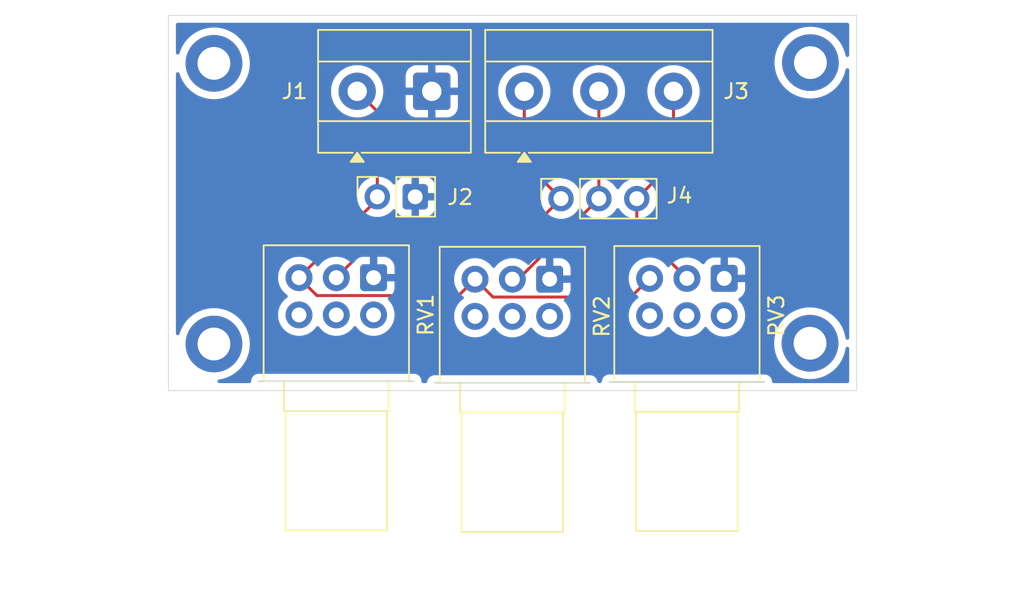
<source format=kicad_pcb>
(kicad_pcb (version 20241229) (generator "pcbnew") (generator_version "9.0")
  (layers (0 "F.Cu" mixed) (2 "B.Cu" power) (13 "F.Paste" user) (15 "B.Paste" user) (5 "F.SilkS" user "F.Silkscreen") (7 "B.SilkS" user "B.Silkscreen") (1 "F.Mask" user) (3 "B.Mask" user) (25 "Edge.Cuts" user))
  (net 0 "")
  (net 1 "gnd")
  (net 2 "Vin V3.3")
  (net 3 "Vout1")
  (net 4 "Vout0")
  (net 5 "Vout2")
  (footprint "TerminalBlock_MetzConnect:TerminalBlock_MetzConnect_Type055_RT01502HDWU_1x02_P5.00mm_Horizontal" (layer "F.Cu") (at 152.825 95.125)
    (property "Reference" "J1" (at -4.2 0 0) (layer "F.SilkS"))
    (property "Value" "Screw_Terminal_01x02")
    (fp_line (start -2.62 -4.12) (end -2.62 4.12) (stroke (width 0.12)) (layer "F.SilkS"))
    (fp_line (start -2.62 -4.12) (end 7.62 -4.12) (stroke (width 0.12)) (layer "F.SilkS"))
    (fp_line (start -2.62 -2) (end 7.62 -2) (stroke (width 0.12)) (layer "F.SilkS"))
    (fp_line (start -2.62 2) (end 7.62 2) (stroke (width 0.12)) (layer "F.SilkS"))
    (fp_line (start -2.62 4.12) (end -0.3 4.12) (stroke (width 0.12)) (layer "F.SilkS"))
    (fp_line (start 0.3 4.12) (end 7.62 4.12) (stroke (width 0.12)) (layer "F.SilkS"))
    (fp_line (start 7.62 -4.12) (end 7.62 4.12) (stroke (width 0.12)) (layer "F.SilkS"))
    (fp_poly (pts (xy 0 4.12) (xy 0.44 4.73) (xy -0.44 4.73)) (stroke (width 0.12)) (fill yes) (layer "F.SilkS"))
    (pad "1" thru_hole circle (at 0 0) (size 2.5 2.5) (drill 1.3) (layers "*.Cu" "*.Mask") (net 2 "Vin V3.3"))
    (pad "2" thru_hole roundrect (at 5 0) (size 2.5 2.5) (drill 1.3) (layers "*.Cu" "*.Mask") (roundrect_rratio 0.1) (net 1 "gnd"))
  )
  (footprint "MountingHole:MountingHole_2.2mm_M2_DIN965_Pad" (layer "F.Cu") (at 143.225 93.25)
    (property "Reference" "REF**" (hide yes))
    (property "Value" "MountingHole_2.2mm_M2_DIN965_Pad")
    (pad "1" thru_hole circle (at 0 0) (size 3.8 3.8) (drill 2.2) (layers "*.Cu" "*.Mask"))
  )
  (footprint "MountingHole:MountingHole_2.2mm_M2_DIN965_Pad" (layer "F.Cu") (at 183.175 112.025)
    (property "Reference" "REF**" (hide yes))
    (property "Value" "MountingHole_2.2mm_M2_DIN965_Pad")
    (pad "1" thru_hole circle (at 0 0) (size 3.8 3.8) (drill 2.2) (layers "*.Cu" "*.Mask"))
  )
  (footprint "Library:Potentiometer_Generic_AliExpress_RK097_Dual_Horizontal" (layer "F.Cu") (at 169.925 105.625 90)
    (property "Reference" "RV3" (at -4.55 11 90) (layer "F.SilkS"))
    (property "Value" "R_Potentiometer_Dual")
    (fp_line (start -11 1.5) (end -9 1.5) (stroke (width 0.12)) (layer "F.SilkS"))
    (fp_line (start -11 1.5) (end -11 8.5) (stroke (width 0.12)) (layer "F.SilkS"))
    (fp_line (start -19 1.6) (end -11 1.6) (stroke (width 0.12)) (layer "F.SilkS"))
    (fp_line (start -19 8.4) (end -19 1.6) (stroke (width 0.12)) (layer "F.SilkS"))
    (fp_line (start -19 8.4) (end -11 8.4) (stroke (width 0.12)) (layer "F.SilkS"))
    (fp_line (start -11 8.5) (end -9 8.5) (stroke (width 0.12)) (layer "F.SilkS"))
    (fp_rect (start -9 0.13) (end 0.121 9.87) (stroke (width 0.12)) (fill no) (layer "F.SilkS"))
    (fp_line (start -9 -0.2) (end -9 10.2) (stroke (width 0.1)) (layer "Edge.Cuts"))
    (pad "1" thru_hole circle (at -4.55 2.5 270) (size 1.8 1.8) (drill 1) (layers "*.Cu" "*.Mask"))
    (pad "2" thru_hole circle (at -4.55 5 270) (size 1.8 1.8) (drill 1) (layers "*.Cu" "*.Mask"))
    (pad "3" thru_hole circle (at -4.55 7.5 270) (size 1.8 1.8) (drill 1) (layers "*.Cu" "*.Mask"))
    (pad "4" thru_hole circle (at -2.05 2.5 270) (size 1.8 1.8) (drill 1) (layers "*.Cu" "*.Mask") (net 2 "Vin V3.3"))
    (pad "5" thru_hole circle (at -2.05 5 270) (size 1.8 1.8) (drill 1) (layers "*.Cu" "*.Mask") (net 5 "Vout2"))
    (pad "6" thru_hole roundrect (at -2.05 7.5 270) (size 1.8 1.8) (drill 1) (layers "*.Cu" "*.Mask") (roundrect_rratio 0.1388888889) (net 1 "gnd"))
  )
  (footprint "MountingHole:MountingHole_2.2mm_M2_DIN965_Pad" (layer "F.Cu") (at 183.2 93.2)
    (property "Reference" "REF**" (hide yes))
    (property "Value" "MountingHole_2.2mm_M2_DIN965_Pad")
    (pad "1" thru_hole circle (at 0 0) (size 3.8 3.8) (drill 2.2) (layers "*.Cu" "*.Mask"))
  )
  (footprint "Connector_PinSocket_2.54mm:PinSocket_1x02_P2.54mm_Vertical" (layer "F.Cu") (at 154.175 102.2 90)
    (property "Reference" "J2" (at -0.025 5.55 0) (layer "F.SilkS"))
    (property "Value" "Conn_01x02_Socket")
    (fp_line (start 1.33 -1.33) (end 1.33 0) (stroke (width 0.12)) (layer "F.SilkS"))
    (fp_line (start 0 -1.33) (end 1.33 -1.33) (stroke (width 0.12)) (layer "F.SilkS"))
    (fp_line (start 1.33 1.27) (end 1.33 3.87) (stroke (width 0.12)) (layer "F.SilkS"))
    (fp_line (start -1.33 1.27) (end 1.33 1.27) (stroke (width 0.12)) (layer "F.SilkS"))
    (fp_line (start -1.33 1.27) (end -1.33 3.87) (stroke (width 0.12)) (layer "F.SilkS"))
    (fp_line (start -1.33 3.87) (end 1.33 3.87) (stroke (width 0.12)) (layer "F.SilkS"))
    (pad "1" thru_hole circle (at 0 0 90) (size 1.7 1.7) (drill 1) (layers "*.Cu" "*.Mask") (net 2 "Vin V3.3"))
    (pad "2" thru_hole roundrect (at 0 2.54 90) (size 1.7 1.7) (drill 1) (layers "*.Cu" "*.Mask") (roundrect_rratio 0.1470588235) (net 1 "gnd"))
  )
  (footprint "MountingHole:MountingHole_2.2mm_M2_DIN965_Pad" (layer "F.Cu") (at 143.225 112.075)
    (property "Reference" "REF**" (hide yes))
    (property "Value" "MountingHole_2.2mm_M2_DIN965_Pad")
    (pad "1" thru_hole circle (at 0 0) (size 3.8 3.8) (drill 2.2) (layers "*.Cu" "*.Mask"))
  )
  (footprint "Connector_PinSocket_2.54mm:PinSocket_1x03_P2.54mm_Vertical" (layer "F.Cu") (at 166.485 102.325 90)
    (property "Reference" "J4" (hide yes))
    (property "Value" "Conn_01x03_Socket")
    (fp_line (start 1.33 -1.33) (end 1.33 0) (stroke (width 0.12)) (layer "F.SilkS"))
    (fp_line (start 0 -1.33) (end 1.33 -1.33) (stroke (width 0.12)) (layer "F.SilkS"))
    (fp_line (start 1.33 1.27) (end 1.33 6.41) (stroke (width 0.12)) (layer "F.SilkS"))
    (fp_line (start -1.33 1.27) (end 1.33 1.27) (stroke (width 0.12)) (layer "F.SilkS"))
    (fp_line (start -1.33 1.27) (end -1.33 6.41) (stroke (width 0.12)) (layer "F.SilkS"))
    (fp_line (start -1.33 6.41) (end 1.33 6.41) (stroke (width 0.12)) (layer "F.SilkS"))
    (pad "1" thru_hole circle (at 0 0 90) (size 1.7 1.7) (drill 1) (layers "*.Cu" "*.Mask") (net 4 "Vout0"))
    (pad "2" thru_hole circle (at 0 2.54 90) (size 1.7 1.7) (drill 1) (layers "*.Cu" "*.Mask") (net 3 "Vout1"))
    (pad "3" thru_hole circle (at 0 5.08 90) (size 1.7 1.7) (drill 1) (layers "*.Cu" "*.Mask") (net 5 "Vout2"))
  )
  (footprint "TerminalBlock_MetzConnect:TerminalBlock_MetzConnect_Type055_RT01503HDWU_1x03_P5.00mm_Horizontal" (layer "F.Cu") (at 164.025 95.125)
    (property "Reference" "J3" (at 14.2 0 0) (layer "F.SilkS"))
    (property "Value" "Screw_Terminal_01x03")
    (fp_line (start -2.62 -4.12) (end -2.62 4.12) (stroke (width 0.12)) (layer "F.SilkS"))
    (fp_line (start -2.62 -4.12) (end 12.62 -4.12) (stroke (width 0.12)) (layer "F.SilkS"))
    (fp_line (start -2.62 -2) (end 12.62 -2) (stroke (width 0.12)) (layer "F.SilkS"))
    (fp_line (start -2.62 2) (end 12.62 2) (stroke (width 0.12)) (layer "F.SilkS"))
    (fp_line (start -2.62 4.12) (end -0.3 4.12) (stroke (width 0.12)) (layer "F.SilkS"))
    (fp_line (start 0.3 4.12) (end 12.62 4.12) (stroke (width 0.12)) (layer "F.SilkS"))
    (fp_line (start 12.62 -4.12) (end 12.62 4.12) (stroke (width 0.12)) (layer "F.SilkS"))
    (fp_poly (pts (xy 0 4.12) (xy 0.44 4.73) (xy -0.44 4.73)) (stroke (width 0.12)) (fill yes) (layer "F.SilkS"))
    (pad "1" thru_hole circle (at 0 0) (size 2.5 2.5) (drill 1.3) (layers "*.Cu" "*.Mask") (net 4 "Vout0"))
    (pad "2" thru_hole circle (at 5 0) (size 2.5 2.5) (drill 1.3) (layers "*.Cu" "*.Mask") (net 3 "Vout1"))
    (pad "3" thru_hole circle (at 10 0) (size 2.5 2.5) (drill 1.3) (layers "*.Cu" "*.Mask") (net 5 "Vout2"))
  )
  (footprint "Library:Potentiometer_Generic_AliExpress_RK097_Dual_Horizontal" (layer "F.Cu") (at 158.225 105.675 90)
    (property "Reference" "RV2" (at -4.55 11 90) (layer "F.SilkS"))
    (property "Value" "R_Potentiometer_Dual")
    (fp_line (start -11 1.5) (end -9 1.5) (stroke (width 0.12)) (layer "F.SilkS"))
    (fp_line (start -11 1.5) (end -11 8.5) (stroke (width 0.12)) (layer "F.SilkS"))
    (fp_line (start -19 1.6) (end -11 1.6) (stroke (width 0.12)) (layer "F.SilkS"))
    (fp_line (start -19 8.4) (end -19 1.6) (stroke (width 0.12)) (layer "F.SilkS"))
    (fp_line (start -19 8.4) (end -11 8.4) (stroke (width 0.12)) (layer "F.SilkS"))
    (fp_line (start -11 8.5) (end -9 8.5) (stroke (width 0.12)) (layer "F.SilkS"))
    (fp_rect (start -9 0.13) (end 0.121 9.87) (stroke (width 0.12)) (fill no) (layer "F.SilkS"))
    (fp_line (start -9 -0.2) (end -9 10.2) (stroke (width 0.1)) (layer "Edge.Cuts"))
    (pad "1" thru_hole circle (at -4.55 2.5 270) (size 1.8 1.8) (drill 1) (layers "*.Cu" "*.Mask"))
    (pad "2" thru_hole circle (at -4.55 5 270) (size 1.8 1.8) (drill 1) (layers "*.Cu" "*.Mask"))
    (pad "3" thru_hole circle (at -4.55 7.5 270) (size 1.8 1.8) (drill 1) (layers "*.Cu" "*.Mask"))
    (pad "4" thru_hole circle (at -2.05 2.5 270) (size 1.8 1.8) (drill 1) (layers "*.Cu" "*.Mask") (net 2 "Vin V3.3"))
    (pad "5" thru_hole circle (at -2.05 5 270) (size 1.8 1.8) (drill 1) (layers "*.Cu" "*.Mask") (net 3 "Vout1"))
    (pad "6" thru_hole roundrect (at -2.05 7.5 270) (size 1.8 1.8) (drill 1) (layers "*.Cu" "*.Mask") (roundrect_rratio 0.1388888889) (net 1 "gnd"))
  )
  (footprint "Library:Potentiometer_Generic_AliExpress_RK097_Dual_Horizontal" (layer "F.Cu") (at 146.425 105.575 90)
    (property "Reference" "RV1" (at -4.55 11 90) (layer "F.SilkS"))
    (property "Value" "R_Potentiometer_Dual")
    (fp_line (start -11 1.5) (end -9 1.5) (stroke (width 0.12)) (layer "F.SilkS"))
    (fp_line (start -11 1.5) (end -11 8.5) (stroke (width 0.12)) (layer "F.SilkS"))
    (fp_line (start -19 1.6) (end -11 1.6) (stroke (width 0.12)) (layer "F.SilkS"))
    (fp_line (start -19 8.4) (end -19 1.6) (stroke (width 0.12)) (layer "F.SilkS"))
    (fp_line (start -19 8.4) (end -11 8.4) (stroke (width 0.12)) (layer "F.SilkS"))
    (fp_line (start -11 8.5) (end -9 8.5) (stroke (width 0.12)) (layer "F.SilkS"))
    (fp_rect (start -9 0.13) (end 0.121 9.87) (stroke (width 0.12)) (fill no) (layer "F.SilkS"))
    (fp_line (start -9 -0.2) (end -9 10.2) (stroke (width 0.1)) (layer "Edge.Cuts"))
    (pad "1" thru_hole circle (at -4.55 2.5 270) (size 1.8 1.8) (drill 1) (layers "*.Cu" "*.Mask"))
    (pad "2" thru_hole circle (at -4.55 5 270) (size 1.8 1.8) (drill 1) (layers "*.Cu" "*.Mask"))
    (pad "3" thru_hole circle (at -4.55 7.5 270) (size 1.8 1.8) (drill 1) (layers "*.Cu" "*.Mask"))
    (pad "4" thru_hole circle (at -2.05 2.5 270) (size 1.8 1.8) (drill 1) (layers "*.Cu" "*.Mask") (net 2 "Vin V3.3"))
    (pad "5" thru_hole circle (at -2.05 5 270) (size 1.8 1.8) (drill 1) (layers "*.Cu" "*.Mask") (net 4 "Vout0"))
    (pad "6" thru_hole roundrect (at -2.05 7.5 270) (size 1.8 1.8) (drill 1) (layers "*.Cu" "*.Mask") (roundrect_rratio 0.1388888889) (net 1 "gnd"))
  )
  (gr_rect (start 140.175 90.025) (end 186.3 115.2) (stroke (width 0.05)) (fill no) (layer "Edge.Cuts"))
  (gr_text "J4" (at 174.425 102.125 0) (layer "F.SilkS") (effects (font (size 1 1))))
  (segment (start 159.624 108.826) (end 160.725 107.725) (width 0.2) (layer "F.Cu") (net 2))
  (segment (start 154.175 102.2) (end 154.175 102.375) (width 0.2) (layer "F.Cu") (net 2))
  (segment (start 154.175 102.375) (end 148.925 107.625) (width 0.2) (layer "F.Cu") (net 2))
  (segment (start 171.174 108.926) (end 172.425 107.675) (width 0.2) (layer "F.Cu") (net 2))
  (segment (start 160.725 107.725) (end 161.926 108.926) (width 0.2) (layer "F.Cu") (net 2))
  (segment (start 148.925 107.625) (end 150.126 108.826) (width 0.2) (layer "F.Cu") (net 2))
  (segment (start 152.825 95.125) (end 154.175 96.475) (width 0.2) (layer "F.Cu") (net 2))
  (segment (start 150.126 108.826) (end 159.624 108.826) (width 0.2) (layer "F.Cu") (net 2))
  (segment (start 161.926 108.926) (end 171.174 108.926) (width 0.2) (layer "F.Cu") (net 2))
  (segment (start 154.175 96.475) (end 154.175 102.2) (width 0.2) (layer "F.Cu") (net 2))
  (segment (start 163.225 107.725) (end 163.325 107.825) (width 0.2) (layer "F.Cu") (net 3))
  (segment (start 169.025 95.125) (end 169.025 102.325) (width 0.2) (layer "F.Cu") (net 3))
  (segment (start 163.625 107.725) (end 163.225 107.725) (width 0.2) (layer "F.Cu") (net 3))
  (segment (start 163.325 107.825) (end 163.525 107.825) (width 0.2) (layer "F.Cu") (net 3))
  (segment (start 169.025 102.325) (end 163.625 107.725) (width 0.2) (layer "F.Cu") (net 3))
  (segment (start 151.425 107.625) (end 153.05 106) (width 0.2) (layer "F.Cu") (net 4))
  (segment (start 166.485 102.325) (end 164.025 99.865) (width 0.2) (layer "F.Cu") (net 4))
  (segment (start 153.05 106) (end 162.81 106) (width 0.2) (layer "F.Cu") (net 4))
  (segment (start 164.025 99.865) (end 164.025 95.125) (width 0.2) (layer "F.Cu") (net 4))
  (segment (start 162.81 106) (end 166.485 102.325) (width 0.2) (layer "F.Cu") (net 4))
  (segment (start 174.025 99.865) (end 171.565 102.325) (width 0.2) (layer "F.Cu") (net 5))
  (segment (start 171.565 102.325) (end 171.565 104.315) (width 0.2) (layer "F.Cu") (net 5))
  (segment (start 174.025 95.125) (end 174.025 99.865) (width 0.2) (layer "F.Cu") (net 5))
  (segment (start 171.565 104.315) (end 174.925 107.675) (width 0.2) (layer "F.Cu") (net 5))
  (zone (net 1) (net_name "gnd") (layer "B.Cu") (connect_pads (clearance 0.5)) (min_thickness 0.25) (fill yes (thermal_gap 0.5) (thermal_bridge_width 0.5))
    (polygon (pts (xy 139 89) (xy 139 116) (xy 187 116) (xy 187 89)))
  )
)
</source>
